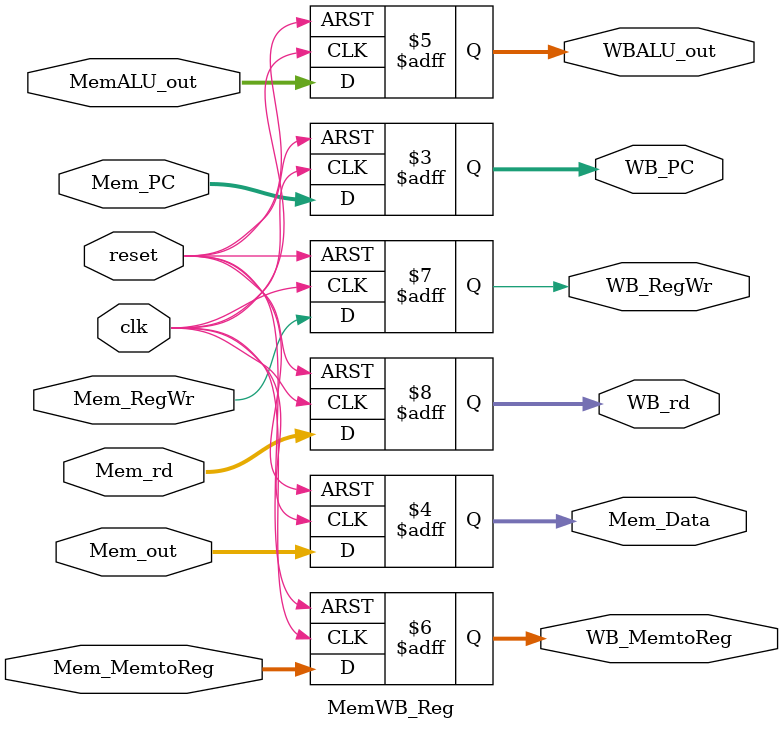
<source format=v>
module IFID_Reg(ID_Instruct,ID_PC,Instruct_in,IF_PC,Hold,clk,reset);
  output reg[31:0]ID_Instruct;
  output reg[31:0]ID_PC;
  input [31:0]Instruct_in;
  input [31:0]IF_PC;
  input Hold;
  input clk;
  input reset;
  
  always @(posedge clk or negedge reset)
  if(!reset)
    begin
      ID_Instruct<=32'b0;
      ID_PC<=32'b0;
    end
  else if(!Hold)
    begin
      ID_Instruct<=Instruct_in;
      ID_PC<=IF_PC;
    end
endmodule

module IDEX_Reg(EX_PC,EX_Imm,BUS_A,BUS_B,EX_rs,EX_rt,EX_rd,EX_Shamt,EX_ALUFun,EX_Sign,EX_ALUSrc1,EX_ALUSrc2,EX_MemWr,EX_MemtoReg,EX_RegWr,EX_MemRd,EX_PCSrc,EX_ConBA,
ID_PC,ID_Imm,REG_A,REG_B,ID_rs,ID_rt,ID_rd,ID_Shamt,ID_ALUFun,ID_Sign,ID_ALUSrc1,ID_ALUSrc2,ID_MemWr,ID_MemtoReg,ID_RegWr,ID_MemRd,PCSrc,ID_ConBA,Control_Flush,undefine,clk,reset);
output reg [31:0]EX_PC;
output reg [31:0]EX_Imm;
output reg [31:0]BUS_A;
output reg [31:0]BUS_B;
output reg [4:0]EX_rs;
output reg [4:0]EX_rt;
output reg [4:0]EX_rd;
output reg [4:0]EX_Shamt;
output reg [5:0]EX_ALUFun;
output reg EX_Sign;
output reg [1:0]EX_ALUSrc1;
output reg [1:0]EX_ALUSrc2;
output reg EX_MemWr;
output reg [1:0]EX_MemtoReg;
output reg EX_RegWr;
output reg EX_MemRd;
output reg [2:0]EX_PCSrc;
output reg [31:0]EX_ConBA;
input [31:0]ID_PC;
input [31:0]ID_Imm;
input [31:0]REG_A;
input [31:0]REG_B;
input [4:0]ID_rs;
input [4:0]ID_rt;
input [4:0]ID_rd;
input [4:0]ID_Shamt;
input [5:0]ID_ALUFun;
input ID_Sign;
input [1:0]ID_ALUSrc1;
input [1:0]ID_ALUSrc2;
input ID_MemWr;
input [1:0]ID_MemtoReg;
input ID_RegWr;
input ID_MemRd;
input [2:0]PCSrc;
input [31:0]ID_ConBA;
input Control_Flush;
input undefine;
input clk;
input reset;

  always @(posedge clk or negedge reset)
  if(!reset)
    begin
      EX_PC<=32'b0;
      EX_Imm<=32'b0;
      BUS_A<=32'b0;
      BUS_B<=32'b0;
      EX_rs<=0;
      EX_rt<=0;
      EX_rd<=0;
      EX_Shamt<=0;
      EX_ALUFun<=0;
      EX_Sign<=0;
      EX_ALUSrc1<=0;
      EX_ALUSrc2<=0;
      EX_MemWr<=0;
      EX_MemtoReg<=0;
      EX_RegWr<=0;
      EX_MemRd<=0;
      EX_PCSrc<=0;
      EX_ConBA<=0;
    end
  else
    begin
      EX_PC<=ID_PC;
      EX_Imm<=ID_Imm;
      BUS_A<=REG_A;
      BUS_B<=REG_B;
      EX_rs<=ID_rs;
      EX_rt<=ID_rt;
      EX_rd<=ID_rd;
      EX_Shamt<=ID_Shamt;
      EX_ALUFun<=ID_ALUFun;
      EX_Sign<=ID_Sign;
      EX_ALUSrc1<=ID_ALUSrc1;
      EX_ALUSrc2<=ID_ALUSrc2;
      EX_MemWr<=(Control_Flush||undefine)?0:ID_MemWr;
      EX_MemtoReg<=ID_MemtoReg;
      EX_RegWr<=Control_Flush?0:ID_RegWr;
      EX_MemRd<=(Control_Flush||undefine)?0:ID_MemRd;
      EX_PCSrc<=(Control_Flush)?0:PCSrc;
      EX_ConBA<=ID_ConBA;
    end
endmodule

module EXMEM_Reg(Mem_PC,MemALU_out,Mem_rd,wr_Data,Mem_MemWr,Mem_MemtoReg,Mem_RegWr,Mem_MemRd,
EX_PC,ALU_out,EX_rd,after_BUS_B,EX_MemWr,EX_MemtoReg,EX_RegWr,EX_MemRd,clk,reset);
  output reg [31:0]Mem_PC;
  output reg [31:0]MemALU_out;
  output reg [4:0]Mem_rd;
  output reg [31:0]wr_Data;
  output reg Mem_MemWr;
  output reg [1:0]Mem_MemtoReg;
  output reg Mem_RegWr;
  output reg Mem_MemRd;
  input [31:0]EX_PC;
  input [31:0]ALU_out;
  input [4:0]EX_rd;
  input [31:0]after_BUS_B;
  input EX_MemWr;
  input [1:0]EX_MemtoReg;
  input EX_RegWr;
  input EX_MemRd;
  input clk;
  input reset;
  
  always @(posedge clk or negedge reset)
  if(!reset)
    begin
      Mem_PC<=0;
      MemALU_out<=0;
      Mem_rd<=0;
      wr_Data<=0;
      Mem_MemWr<=0;
      Mem_MemtoReg<=0;
      Mem_RegWr<=0;
      Mem_MemRd<=0;
    end
  else
    begin
      Mem_PC<=EX_PC;
      MemALU_out<=ALU_out;
      Mem_rd<=EX_rd;
      wr_Data<=after_BUS_B;
      Mem_MemWr<=EX_MemWr;
      Mem_MemtoReg<=EX_MemtoReg;
      Mem_RegWr<=EX_RegWr;
      Mem_MemRd<=EX_MemRd;
    end
endmodule

module MemWB_Reg(WB_PC,Mem_Data,WBALU_out,WB_MemtoReg,WB_RegWr,WB_rd,
Mem_PC,MemALU_out,Mem_out,Mem_MemtoReg,Mem_RegWr,Mem_rd,clk,reset);
 output reg [31:0]WB_PC;
  output reg [31:0]Mem_Data;
  output reg [31:0]WBALU_out;
  output reg [1:0]WB_MemtoReg;
  output reg WB_RegWr;
  output reg [4:0]WB_rd;
  input [31:0]Mem_PC;
  input [31:0]MemALU_out;
  input [31:0]Mem_out;
  input [1:0]Mem_MemtoReg;
  input Mem_RegWr;
  input [4:0]Mem_rd;
  input clk;
  input reset;
  
  always @(posedge clk or negedge reset)
  if(!reset)
    begin
      WB_PC<=0;
      Mem_Data<=0;
      WBALU_out<=0;
      WB_MemtoReg<=0;
      WB_RegWr<=0;
      WB_rd<=0;
    end
  else
    begin
      WB_PC<=Mem_PC;
      Mem_Data<=Mem_out;
      WBALU_out<=MemALU_out;
      WB_MemtoReg<=Mem_MemtoReg;
      WB_RegWr<=Mem_RegWr;
      WB_rd<=Mem_rd;
    end
endmodule
</source>
